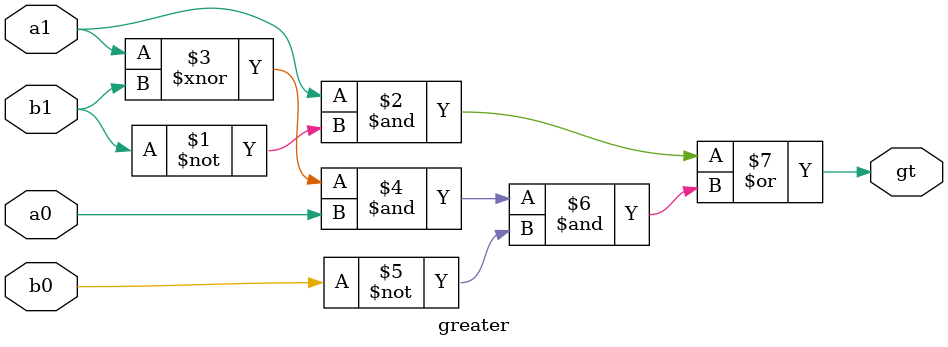
<source format=sv>
module greater (
    input logic a0, a1, b0, b1,
    output logic gt
);
    assign gt = (a1 & ~b1) | ((a1 ~^ b1) & a0 & ~b0);
endmodule

</source>
